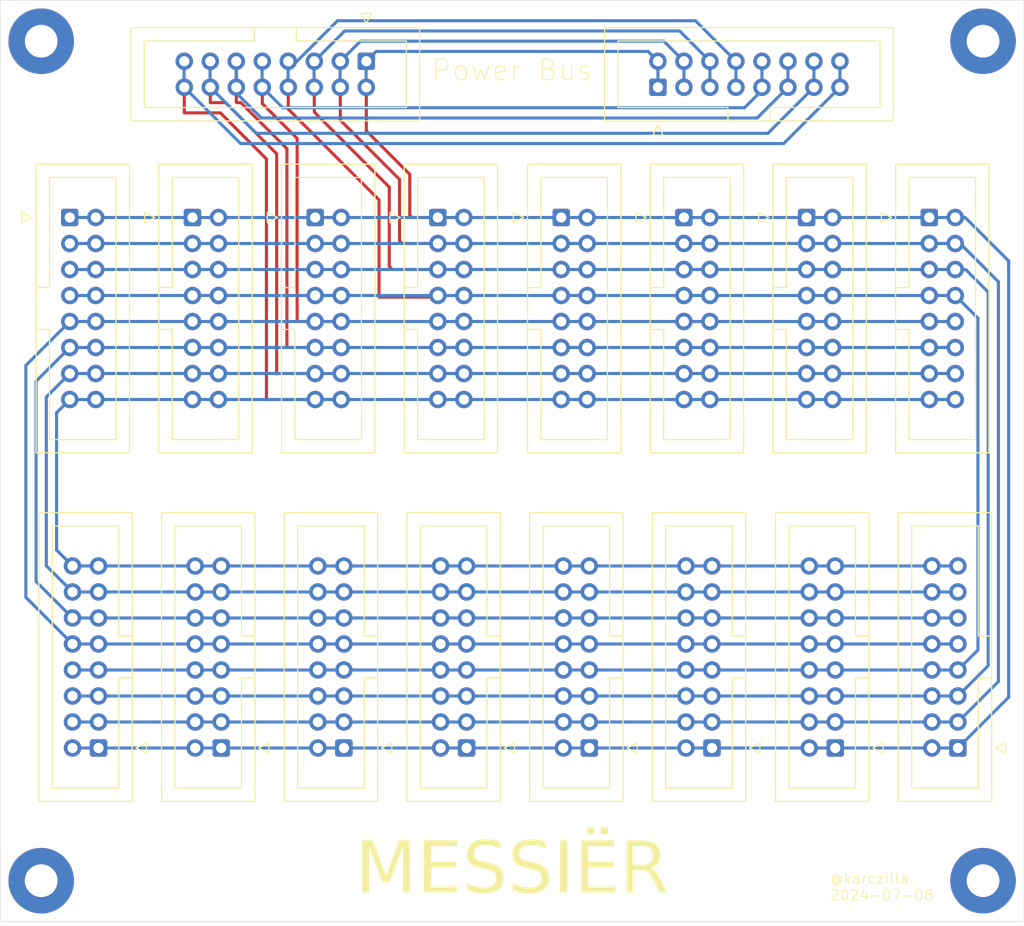
<source format=kicad_pcb>
(kicad_pcb (version 20240108) (generator "pcbnew") (generator_version "8.0")
  (layers (0 "F.Cu" signal) (31 "B.Cu" signal) (34 "B.Paste" user) (35 "F.Paste" user) (36 "B.SilkS" user "B.Silkscreen") (37 "F.SilkS" user "F.Silkscreen") (38 "B.Mask" user) (39 "F.Mask" user) (44 "Edge.Cuts" user))
  (net 0 "")
  (net 1 "Net-(J1-Pin_3)")
  (net 2 "Net-(J1-Pin_1)")
  (net 3 "Net-(J1-Pin_5)")
  (net 4 "Net-(J1-Pin_15)")
  (net 5 "Net-(J1-Pin_11)")
  (net 6 "Net-(J1-Pin_7)")
  (net 7 "Net-(J1-Pin_10)")
  (net 8 "Net-(J1-Pin_13)")
  (footprint "Connector_IDC:IDC-Header_2x08_P2.54mm_Vertical" (layer "F.Cu") (at 179.7475 83.72)
    (property "Reference" "J10" (hide yes))
    (property "Value" "IDC16")
  )
  (footprint "MountingHole:MountingHole_3.2mm_M3_Pad" (layer "F.Cu") (at 185 148.5)
    (property "Reference" "M4" (hide yes))
    (property "Value" "")
  )
  (footprint "Connector_IDC:IDC-Header_2x08_P2.54mm_Vertical" (layer "F.Cu") (at 98.5975 135.54 180)
    (property "Reference" "J18" (hide yes))
    (property "Value" "IDC16")
  )
  (footprint "Connector_IDC:IDC-Header_2x08_P2.54mm_Vertical" (layer "F.Cu") (at 119.7625 83.72)
    (property "Reference" "J5" (hide yes))
    (property "Value" "IDC16")
  )
  (footprint "Connector_IDC:IDC-Header_2x08_P2.54mm_Vertical" (layer "F.Cu") (at 122.5675 135.54 180)
    (property "Reference" "J16" (hide yes))
    (property "Value" "IDC16")
  )
  (footprint "Connector_IDC:IDC-Header_2x08_P2.54mm_Vertical" (layer "F.Cu") (at 95.7925 83.72)
    (property "Reference" "J3" (hide yes))
    (property "Value" "IDC16")
  )
  (footprint "Connector_IDC:IDC-Header_2x08_P2.54mm_Vertical" (layer "F.Cu") (at 124.757469 68.46 -90)
    (property "Reference" "J1" (hide yes))
    (property "Value" "IDC16")
  )
  (footprint "Connector_IDC:IDC-Header_2x08_P2.54mm_Vertical" (layer "F.Cu") (at 134.5525 135.54 180)
    (property "Reference" "J15" (hide yes))
    (property "Value" "IDC16")
  )
  (footprint "Connector_IDC:IDC-Header_2x08_P2.54mm_Vertical" (layer "F.Cu") (at 110.5825 135.54 180)
    (property "Reference" "J17" (hide yes))
    (property "Value" "IDC16")
  )
  (footprint "Connector_IDC:IDC-Header_2x08_P2.54mm_Vertical" (layer "F.Cu") (at 170.5625 135.54 180)
    (property "Reference" "J12" (hide yes))
    (property "Value" "IDC16")
  )
  (footprint "Connector_IDC:IDC-Header_2x08_P2.54mm_Vertical" (layer "F.Cu") (at 153.242531 71 90)
    (property "Reference" "J2" (hide yes))
    (property "Value" "IDC16")
  )
  (footprint "Connector_IDC:IDC-Header_2x08_P2.54mm_Vertical" (layer "F.Cu") (at 131.7475 83.72)
    (property "Reference" "J6" (hide yes))
    (property "Value" "IDC16")
  )
  (footprint "Connector_IDC:IDC-Header_2x08_P2.54mm_Vertical" (layer "F.Cu") (at 155.7775 83.72)
    (property "Reference" "J8" (hide yes))
    (property "Value" "IDC16")
  )
  (footprint "Connector_IDC:IDC-Header_2x08_P2.54mm_Vertical" (layer "F.Cu") (at 143.7925 83.72)
    (property "Reference" "J7" (hide yes))
    (property "Value" "IDC16")
  )
  (footprint "MountingHole:MountingHole_3.2mm_M3_Pad" (layer "F.Cu") (at 93 66.5)
    (property "Reference" "M1" (hide yes))
    (property "Value" "")
  )
  (footprint "Connector_IDC:IDC-Header_2x08_P2.54mm_Vertical" (layer "F.Cu") (at 146.5375 135.54 180)
    (property "Reference" "J14" (hide yes))
    (property "Value" "IDC16")
  )
  (footprint "Connector_IDC:IDC-Header_2x08_P2.54mm_Vertical" (layer "F.Cu") (at 182.5475 135.54 180)
    (property "Reference" "J11" (hide yes))
    (property "Value" "IDC16")
  )
  (footprint "Connector_IDC:IDC-Header_2x08_P2.54mm_Vertical" (layer "F.Cu") (at 107.7775 83.72)
    (property "Reference" "J4" (hide yes))
    (property "Value" "IDC16")
  )
  (footprint "Connector_IDC:IDC-Header_2x08_P2.54mm_Vertical" (layer "F.Cu") (at 158.5225 135.54 180)
    (property "Reference" "J13" (hide yes))
    (property "Value" "IDC16")
  )
  (footprint "Connector_IDC:IDC-Header_2x08_P2.54mm_Vertical" (layer "F.Cu") (at 167.7625 83.72)
    (property "Reference" "J9" (hide yes))
    (property "Value" "IDC16")
  )
  (footprint "MountingHole:MountingHole_3.2mm_M3_Pad" (layer "F.Cu") (at 93 148.5)
    (property "Reference" "M3" (hide yes))
    (property "Value" "")
  )
  (footprint "MountingHole:MountingHole_3.2mm_M3_Pad" (layer "F.Cu") (at 185 66.5)
    (property "Reference" "M2" (hide yes))
    (property "Value" "")
  )
  (gr_rect (start 89 62.5) (end 189 152.5) (stroke (width 0.05)) (fill none) (layer "Edge.Cuts"))
  (gr_text "@karczilla\n2024-07-08" (at 170 150.5 0) (layer "F.SilkS") (effects (font (size 1 1) (thickness 0.1)) (justify left bottom)))
  (gr_text "MESSIËR" (at 139 150.5 0) (layer "F.SilkS") (effects (font (size 5 5) (thickness 0.1)) (justify bottom)))
  (gr_text "Power Bus" (at 139 70.5 0) (layer "F.SilkS") (effects (font (size 2 2) (thickness 0.1)) (justify bottom)))
  (segment (start 131.7475 86.26) (end 128.26 86.26) (width 0.3) (layer "F.Cu") (net 1))
  (segment (start 128 80) (end 122.217469 74.217469) (width 0.3) (layer "F.Cu") (net 1))
  (segment (start 128.26 86.26) (end 128 86) (width 0.3) (layer "F.Cu") (net 1))
  (segment (start 122.217469 74.217469) (end 122.217469 71) (width 0.3) (layer "F.Cu") (net 1))
  (segment (start 128 86) (end 128 80) (width 0.3) (layer "F.Cu") (net 1))
  (segment (start 186.5 90) (end 186.5 129.0475) (width 0.3) (layer "B.Cu") (net 1))
  (segment (start 155.782531 68.46) (end 155.782531 71) (width 0.3) (layer "B.Cu") (net 1))
  (segment (start 182.5475 133) (end 96.0575 133) (width 0.3) (layer "B.Cu") (net 1))
  (segment (start 170.78 86.26) (end 182.765 86.26) (width 0.3) (layer "B.Cu") (net 1))
  (segment (start 122.217469 68.46) (end 124.177469 66.5) (width 0.3) (layer "B.Cu") (net 1))
  (segment (start 186.5 129.0475) (end 182.5475 133) (width 0.3) (layer "B.Cu") (net 1))
  (segment (start 182.76 86.26) (end 186.5 90) (width 0.3) (layer "B.Cu") (net 1))
  (segment (start 124.177469 66.5) (end 153.822531 66.5) (width 0.3) (layer "B.Cu") (net 1))
  (segment (start 182.2875 86.26) (end 182.76 86.26) (width 0.3) (layer "B.Cu") (net 1))
  (segment (start 153.822531 66.5) (end 155.782531 68.46) (width 0.3) (layer "B.Cu") (net 1))
  (segment (start 96.27 86.26) (end 170.78 86.26) (width 0.3) (layer "B.Cu") (net 1))
  (segment (start 122.194938 68.46) (end 122.194938 71) (width 0.3) (layer "B.Cu") (net 1))
  (segment (start 129 83.5) (end 129 79.5) (width 0.3) (layer "F.Cu") (net 2))
  (segment (start 129 79.5) (end 124.757469 75.257469) (width 0.3) (layer "F.Cu") (net 2))
  (segment (start 131.7475 83.72) (end 129.22 83.72) (width 0.3) (layer "F.Cu") (net 2))
  (segment (start 129.22 83.72) (end 129 83.5) (width 0.3) (layer "F.Cu") (net 2))
  (segment (start 124.757469 75.257469) (end 124.757469 71) (width 0.3) (layer "F.Cu") (net 2))
  (segment (start 124.757469 68.46) (end 125.457469 67.76) (width 0.3) (layer "B.Cu") (net 2))
  (segment (start 96.27 83.72) (end 170.78 83.72) (width 0.3) (layer "B.Cu") (net 2))
  (segment (start 124.757469 68.46) (end 125.717469 67.5) (width 0.3) (layer "B.Cu") (net 2))
  (segment (start 170.78 83.72) (end 182.765 83.72) (width 0.3) (layer "B.Cu") (net 2))
  (segment (start 152.282531 67.5) (end 153.242531 68.46) (width 0.3) (layer "B.Cu") (net 2))
  (segment (start 182.2875 83.72) (end 183.25375 83.72) (width 0.3) (layer "B.Cu") (net 2))
  (segment (start 153.242531 68.46) (end 153.242531 71) (width 0.3) (layer "B.Cu") (net 2))
  (segment (start 125.717469 67.5) (end 152.282531 67.5) (width 0.3) (layer "B.Cu") (net 2))
  (segment (start 152.542531 67.76) (end 153.242531 68.46) (width 0.3) (layer "B.Cu") (net 2))
  (segment (start 124.734938 68.46) (end 124.734938 71) (width 0.3) (layer "B.Cu") (net 2))
  (segment (start 183.25375 83.72) (end 187.5 87.96625) (width 0.3) (layer "B.Cu") (net 2))
  (segment (start 182.5475 135.54) (end 96.0575 135.54) (width 0.3) (layer "B.Cu") (net 2))
  (segment (start 187.5 87.96625) (end 187.5 130.5875) (width 0.3) (layer "B.Cu") (net 2))
  (segment (start 187.5 130.5875) (end 182.5475 135.54) (width 0.3) (layer "B.Cu") (net 2))
  (segment (start 127.3 88.8) (end 127 88.5) (width 0.3) (layer "F.Cu") (net 3))
  (segment (start 127 80.75) (end 119.677469 73.427469) (width 0.3) (layer "F.Cu") (net 3))
  (segment (start 127 88.5) (end 127 80.75) (width 0.3) (layer "F.Cu") (net 3))
  (segment (start 119.677469 73.427469) (end 119.677469 71) (width 0.3) (layer "F.Cu") (net 3))
  (segment (start 131.7475 88.8) (end 127.3 88.8) (width 0.3) (layer "F.Cu") (net 3))
  (segment (start 158.322531 68.46) (end 158.322531 71) (width 0.3) (layer "B.Cu") (net 3))
  (segment (start 119.677469 68.46) (end 122.637469 65.5) (width 0.3) (layer "B.Cu") (net 3))
  (segment (start 182.2875 88.8) (end 183.3 88.8) (width 0.3) (layer "B.Cu") (net 3))
  (segment (start 182.5475 130.46) (end 96.0575 130.46) (width 0.3) (layer "B.Cu") (net 3))
  (segment (start 155.362531 65.5) (end 158.322531 68.46) (width 0.3) (layer "B.Cu") (net 3))
  (segment (start 170.78 88.8) (end 182.765 88.8) (width 0.3) (layer "B.Cu") (net 3))
  (segment (start 185.5 127.5075) (end 182.5475 130.46) (width 0.3) (layer "B.Cu") (net 3))
  (segment (start 119.654938 68.46) (end 119.654938 71) (width 0.3) (layer "B.Cu") (net 3))
  (segment (start 96.27 88.8) (end 170.78 88.8) (width 0.3) (layer "B.Cu") (net 3))
  (segment (start 122.637469 65.5) (end 155.362531 65.5) (width 0.3) (layer "B.Cu") (net 3))
  (segment (start 185.5 91) (end 185.5 127.5075) (width 0.3) (layer "B.Cu") (net 3))
  (segment (start 183.3 88.8) (end 185.5 91) (width 0.3) (layer "B.Cu") (net 3))
  (segment (start 107 73.5) (end 106.977469 73.477469) (width 0.3) (layer "F.Cu") (net 4))
  (segment (start 106.977469 73.477469) (end 106.977469 71) (width 0.3) (layer "F.Cu") (net 4))
  (segment (start 115 78) (end 110.5 73.5) (width 0.3) (layer "F.Cu") (net 4))
  (segment (start 110.5 73.5) (end 107 73.5) (width 0.3) (layer "F.Cu") (net 4))
  (segment (start 115 101.5) (end 115 78) (width 0.3) (layer "F.Cu") (net 4))
  (segment (start 119.7625 101.5) (end 115 101.5) (width 0.3) (layer "F.Cu") (net 4))
  (segment (start 94.5 102.7925) (end 94.5 116.2025) (width 0.3) (layer "B.Cu") (net 4))
  (segment (start 94.5 116.2025) (end 96.0575 117.76) (width 0.3) (layer "B.Cu") (net 4))
  (segment (start 95.7925 101.5) (end 94.5 102.7925) (width 0.3) (layer "B.Cu") (net 4))
  (segment (start 182.5475 117.76) (end 96.0575 117.76) (width 0.3) (layer "B.Cu") (net 4))
  (segment (start 171.022531 68.46) (end 171.022531 71) (width 0.3) (layer "B.Cu") (net 4))
  (segment (start 106.977469 71) (end 112.477469 76.5) (width 0.3) (layer "B.Cu") (net 4))
  (segment (start 170.78 101.5) (end 182.765 101.5) (width 0.3) (layer "B.Cu") (net 4))
  (segment (start 112.477469 76.5) (end 165.522531 76.5) (width 0.3) (layer "B.Cu") (net 4))
  (segment (start 106.954938 68.46) (end 106.954938 71) (width 0.3) (layer "B.Cu") (net 4))
  (segment (start 96.27 101.5) (end 170.78 101.5) (width 0.3) (layer "B.Cu") (net 4))
  (segment (start 165.522531 76.5) (end 171.022531 71) (width 0.3) (layer "B.Cu") (net 4))
  (segment (start 112.057469 72.442531) (end 112.057469 71) (width 0.3) (layer "F.Cu") (net 5))
  (segment (start 117 96.42) (end 117 77) (width 0.3) (layer "F.Cu") (net 5))
  (segment (start 117 77) (end 112.5 72.5) (width 0.3) (layer "F.Cu") (net 5))
  (segment (start 112.114938 72.5) (end 112.057469 72.442531) (width 0.3) (layer "F.Cu") (net 5))
  (segment (start 119.7625 96.42) (end 117 96.42) (width 0.3) (layer "F.Cu") (net 5))
  (segment (start 112.5 72.5) (end 112.114938 72.5) (width 0.3) (layer "F.Cu") (net 5))
  (segment (start 96.27 96.42) (end 170.78 96.42) (width 0.3) (layer "B.Cu") (net 5))
  (segment (start 112.057469 69.302943) (end 112.057469 71.557469) (width 0.3) (layer "B.Cu") (net 5))
  (segment (start 112.057469 71.557469) (end 114.5 74) (width 0.3) (layer "B.Cu") (net 5))
  (segment (start 114.5 74) (end 162.942531 74) (width 0.3) (layer "B.Cu") (net 5))
  (segment (start 112.057469 71) (end 112.057469 69.302943) (width 0.3) (layer "B.Cu") (net 5))
  (segment (start 112.057469 68.46) (end 112.057469 69.302943) (width 0.3) (layer "B.Cu") (net 5))
  (segment (start 92.5 99.7125) (end 92.5 119.2825) (width 0.3) (layer "B.Cu") (net 5))
  (segment (start 170.78 96.42) (end 182.765 96.42) (width 0.3) (layer "B.Cu") (net 5))
  (segment (start 165.942531 68.46) (end 165.942531 71) (width 0.3) (layer "B.Cu") (net 5))
  (segment (start 182.5475 122.84) (end 96.0575 122.84) (width 0.3) (layer "B.Cu") (net 5))
  (segment (start 162.942531 74) (end 165.942531 71) (width 0.3) (layer "B.Cu") (net 5))
  (segment (start 95.7925 96.42) (end 92.5 99.7125) (width 0.3) (layer "B.Cu") (net 5))
  (segment (start 112.034938 68.46) (end 112.034938 71) (width 0.3) (layer "B.Cu") (net 5))
  (segment (start 92.5 119.2825) (end 96.0575 122.84) (width 0.3) (layer "B.Cu") (net 5))
  (segment (start 131.5875 91.5) (end 126 91.5) (width 0.3) (layer "F.Cu") (net 6))
  (segment (start 131.7475 91.34) (end 131.5875 91.5) (width 0.3) (layer "F.Cu") (net 6))
  (segment (start 117.137469 73.137469) (end 117.137469 71) (width 0.3) (layer "F.Cu") (net 6))
  (segment (start 126 82) (end 117.137469 73.137469) (width 0.3) (layer "F.Cu") (net 6))
  (segment (start 126 91.5) (end 126 82) (width 0.3) (layer "F.Cu") (net 6))
  (segment (start 121.940412 64.5) (end 156.902531 64.5) (width 0.3) (layer "B.Cu") (net 6))
  (segment (start 156.902531 64.5) (end 160.862531 68.46) (width 0.3) (layer "B.Cu") (net 6))
  (segment (start 182.5475 127.92) (end 96.0575 127.92) (width 0.3) (layer "B.Cu") (net 6))
  (segment (start 96.27 91.34) (end 170.78 91.34) (width 0.3) (layer "B.Cu") (net 6))
  (segment (start 184.5 125.9675) (end 182.5475 127.92) (width 0.3) (layer "B.Cu") (net 6))
  (segment (start 117.114938 68.46) (end 117.114938 71) (width 0.3) (layer "B.Cu") (net 6))
  (segment (start 182.2875 91.34) (end 184.5 93.5525) (width 0.3) (layer "B.Cu") (net 6))
  (segment (start 170.78 91.34) (end 182.765 91.34) (width 0.3) (layer "B.Cu") (net 6))
  (segment (start 117.137469 69.302943) (end 121.940412 64.5) (width 0.3) (layer "B.Cu") (net 6))
  (segment (start 117.137469 68.46) (end 117.137469 69.302943) (width 0.3) (layer "B.Cu") (net 6))
  (segment (start 184.5 93.5525) (end 184.5 125.9675) (width 0.3) (layer "B.Cu") (net 6))
  (segment (start 160.862531 68.46) (end 160.862531 71) (width 0.3) (layer "B.Cu") (net 6))
  (segment (start 118 93.88) (end 119.7625 93.88) (width 0.3) (layer "F.Cu") (net 7))
  (segment (start 114.597469 71) (end 114.597469 72.597469) (width 0.3) (layer "F.Cu") (net 7))
  (segment (start 118 76) (end 118 93.88) (width 0.3) (layer "F.Cu") (net 7))
  (segment (start 114.597469 72.597469) (end 118 76) (width 0.3) (layer "F.Cu") (net 7))
  (segment (start 114.597469 71) (end 116.597469 73) (width 0.3) (layer "B.Cu") (net 7))
  (segment (start 116.597469 73) (end 161.701265 73) (width 0.3) (layer "B.Cu") (net 7))
  (segment (start 95.7925 93.88) (end 91.5 98.1725) (width 0.3) (layer "B.Cu") (net 7))
  (segment (start 170.78 93.88) (end 182.765 93.88) (width 0.3) (layer "B.Cu") (net 7))
  (segment (start 163.402531 68.46) (end 163.402531 71) (width 0.3) (layer "B.Cu") (net 7))
  (segment (start 182.5475 125.38) (end 96.0575 125.38) (width 0.3) (layer "B.Cu") (net 7))
  (segment (start 91.5 98.1725) (end 91.5 120.8225) (width 0.3) (layer "B.Cu") (net 7))
  (segment (start 161.701265 73) (end 163.402531 71.298734) (width 0.3) (layer "B.Cu") (net 7))
  (segment (start 163.402531 71.298734) (end 163.402531 71) (width 0.3) (layer "B.Cu") (net 7))
  (segment (start 96.27 93.88) (end 170.78 93.88) (width 0.3) (layer "B.Cu") (net 7))
  (segment (start 114.574938 68.46) (end 114.574938 71) (width 0.3) (layer "B.Cu") (net 7))
  (segment (start 91.5 120.8225) (end 96.0575 125.38) (width 0.3) (layer "B.Cu") (net 7))
  (segment (start 119.7625 98.96) (end 116.04 98.96) (width 0.3) (layer "F.Cu") (net 8))
  (segment (start 109.517469 72.482531) (end 109.517469 71) (width 0.3) (layer "F.Cu") (net 8))
  (segment (start 116 99) (end 116 77.5) (width 0.3) (layer "F.Cu") (net 8))
  (segment (start 116.04 98.96) (end 116 99) (width 0.3) (layer "F.Cu") (net 8))
  (segment (start 110 71) (end 109.517469 71) (width 0.3) (layer "F.Cu") (net 8))
  (segment (start 109.534938 72.5) (end 109.517469 72.482531) (width 0.3) (layer "F.Cu") (net 8))
  (segment (start 111 72.5) (end 109.534938 72.5) (width 0.3) (layer "F.Cu") (net 8))
  (segment (start 116 77.5) (end 111 72.5) (width 0.3) (layer "F.Cu") (net 8))
  (segment (start 109.517469 71) (end 114.017469 75.5) (width 0.3) (layer "B.Cu") (net 8))
  (segment (start 163.982531 75.5) (end 168.482531 71) (width 0.3) (layer "B.Cu") (net 8))
  (segment (start 170.78 98.96) (end 182.765 98.96) (width 0.3) (layer "B.Cu") (net 8))
  (segment (start 168.482531 68.46) (end 168.482531 71) (width 0.3) (layer "B.Cu") (net 8))
  (segment (start 93.5 101.2525) (end 93.5 117.7425) (width 0.3) (layer "B.Cu") (net 8))
  (segment (start 109.517469 68.46) (end 109.517469 69.302943) (width 0.3) (layer "B.Cu") (net 8))
  (segment (start 109.494938 68.46) (end 109.494938 71) (width 0.3) (layer "B.Cu") (net 8))
  (segment (start 93.5 117.7425) (end 96.0575 120.3) (width 0.3) (layer "B.Cu") (net 8))
  (segment (start 96.27 98.96) (end 170.78 98.96) (width 0.3) (layer "B.Cu") (net 8))
  (segment (start 182.5475 120.3) (end 96.0575 120.3) (width 0.3) (layer "B.Cu") (net 8))
  (segment (start 95.7925 98.96) (end 93.5 101.2525) (width 0.3) (layer "B.Cu") (net 8))
  (segment (start 114.017469 75.5) (end 163.982531 75.5) (width 0.3) (layer "B.Cu") (net 8))
)
</source>
